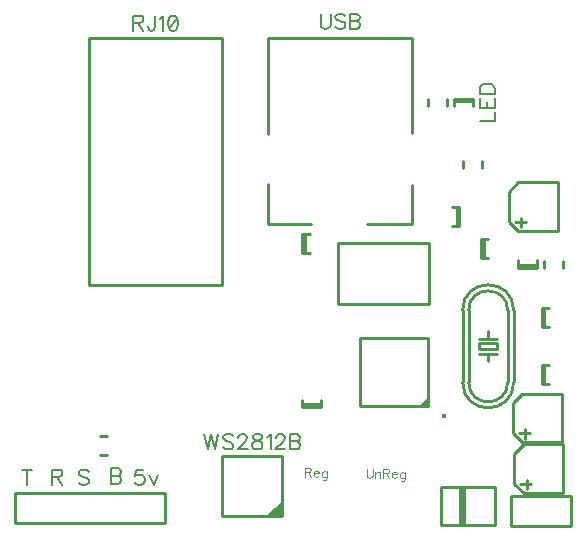
<source format=gbr>
G04 DipTrace 2.4.0.2*
%INTopSilk.gbr*%
%MOIN*%
%ADD10C,0.0098*%
%ADD31O,0.0165X0.0164*%
%ADD93C,0.0077*%
%ADD95C,0.0046*%
%FSLAX44Y44*%
G04*
G70*
G90*
G75*
G01*
%LNTopSilk*%
%LPD*%
X12003Y4253D2*
D10*
X7003D1*
Y5253D1*
X12003D1*
Y4253D1*
X24621Y10770D2*
Y11399D1*
X24547Y10770D2*
Y11399D1*
Y10770D2*
X24782D1*
X24547Y11399D2*
X24782D1*
X24621Y8863D2*
Y9493D1*
X24547Y8863D2*
Y9493D1*
Y8863D2*
X24782D1*
X24547Y9493D2*
X24782D1*
X17183Y8194D2*
X16554D1*
X17183Y8120D2*
X16554D1*
X17183D2*
Y8355D1*
X16554Y8120D2*
Y8355D1*
X25209Y8553D2*
Y6928D1*
X23897D1*
X23584Y7241D1*
X23583Y8241D1*
X23897Y8553D1*
X25209D1*
X23994Y7053D2*
Y7366D1*
X24153Y7241D2*
X23785D1*
X21723Y14765D2*
Y14136D1*
X21798Y14765D2*
Y14136D1*
Y14765D2*
X21562D1*
X21798Y14136D2*
X21562D1*
X22605Y13074D2*
Y13703D1*
X22531Y13074D2*
Y13703D1*
Y13074D2*
X22766D1*
X22531Y13703D2*
X22766D1*
X24391Y12831D2*
X23762D1*
X24391Y12756D2*
X23762D1*
X24391D2*
Y12992D1*
X23762Y12756D2*
Y12992D1*
X16645Y13256D2*
Y13886D1*
X16571Y13256D2*
Y13886D1*
Y13256D2*
X16806D1*
X16571Y13886D2*
X16806D1*
X25076Y15592D2*
Y13967D1*
X23764D1*
X23451Y14280D1*
X23450Y15280D1*
X23764Y15592D1*
X25076D1*
X23862Y14092D2*
Y14404D1*
X24020Y14280D2*
X23652D1*
X25257Y6869D2*
Y5244D1*
X23944D1*
X23631Y5556D1*
Y6556D1*
X23944Y6869D1*
X25257D1*
X24042Y5369D2*
Y5681D1*
X24201Y5556D2*
X23832D1*
X21190Y5437D2*
X23003D1*
Y4187D1*
X21190D1*
Y5437D1*
X21815Y5374D2*
Y4187D1*
X21940Y5437D2*
Y4249D1*
X21878Y5374D2*
Y4249D1*
X22254Y18383D2*
Y18148D1*
X21625Y18383D2*
Y18148D1*
Y18309D2*
X22254D1*
X21625Y18384D2*
X22254D1*
X17746Y13590D2*
X20777D1*
Y11558D1*
X17746D1*
Y13590D1*
X23529Y5153D2*
X25529D1*
Y4153D1*
X23529D1*
Y5153D1*
X25247Y12728D2*
Y12964D1*
X24617Y12728D2*
Y12964D1*
X10070Y7130D2*
X9834D1*
X10070Y6501D2*
X9834D1*
X20753Y18362D2*
Y18127D1*
X21382Y18362D2*
Y18127D1*
X22542Y16071D2*
Y16307D1*
X21913Y16071D2*
Y16307D1*
X13904Y12165D2*
X9451D1*
Y20419D1*
X13904D1*
Y12165D1*
X20770Y8132D2*
X18487D1*
Y10415D1*
X20770D1*
Y8132D1*
D31*
X21286Y7820D3*
G36*
X20770Y8132D2*
Y8447D1*
X20455Y8132D1*
X20770D1*
G37*
X13890Y6470D2*
D10*
X15890D1*
Y4470D1*
X13890D1*
Y6470D1*
X15890Y4908D2*
X15390Y4470D1*
X15515D2*
X15828Y4783D1*
X15640Y4470D2*
X15890Y4720D1*
X15765Y4533D2*
X15828Y4595D1*
Y4533D2*
X15765Y4595D1*
X20233Y20421D2*
X15429D1*
X20233D2*
Y17232D1*
X15429Y17192D2*
Y20421D1*
X20233Y15499D2*
Y14200D1*
X18736D1*
X16846D2*
X15429D1*
Y15539D1*
X21909Y11331D2*
Y8931D1*
X23609Y11331D2*
Y8931D1*
X22109Y11331D2*
Y8931D1*
X23410D2*
Y11331D1*
X23060Y10231D2*
Y10031D1*
X22459D1*
Y10231D1*
X23060D1*
Y9881D2*
X22759D1*
X22459D1*
X23060Y10381D2*
X22759D1*
X22459D1*
X22759Y9881D2*
Y9631D1*
Y10381D2*
Y10632D1*
X23609Y11331D2*
G03X21909Y11331I-850J0D01*
G01*
Y8931D2*
G03X23609Y8931I850J0D01*
G01*
X23410Y11331D2*
G03X22109Y11331I-650J0D01*
G01*
Y8931D2*
G03X23410Y8931I650J0D01*
G01*
X22478Y17645D2*
D93*
X22981D1*
Y17932D1*
X22478Y18397D2*
Y18086D1*
X22981D1*
Y18397D1*
X22718Y18086D2*
Y18277D1*
X22478Y18551D2*
X22981D1*
Y18718D1*
X22956Y18790D1*
X22909Y18838D1*
X22861Y18862D1*
X22789Y18886D1*
X22670D1*
X22598Y18862D1*
X22550Y18838D1*
X22502Y18790D1*
X22478Y18718D1*
Y18551D1*
X10931Y20912D2*
X11146D1*
X11218Y20936D1*
X11242Y20960D1*
X11266Y21007D1*
Y21056D1*
X11242Y21103D1*
X11218Y21127D1*
X11146Y21151D1*
X10931D1*
Y20649D1*
X11099Y20912D2*
X11266Y20649D1*
X11660Y21151D2*
Y20769D1*
X11636Y20697D1*
X11612Y20673D1*
X11564Y20649D1*
X11516D1*
X11469Y20673D1*
X11445Y20697D1*
X11421Y20769D1*
Y20816D1*
X11814Y21055D2*
X11862Y21079D1*
X11934Y21151D1*
Y20649D1*
X12232Y21151D2*
X12160Y21127D1*
X12112Y21055D1*
X12089Y20936D1*
Y20864D1*
X12112Y20744D1*
X12160Y20672D1*
X12232Y20649D1*
X12280D1*
X12352Y20672D1*
X12399Y20744D1*
X12424Y20864D1*
Y20936D1*
X12399Y21055D1*
X12352Y21127D1*
X12280Y21151D1*
X12232D1*
X12399Y21055D2*
X12112Y20744D1*
X13290Y7203D2*
X13410Y6700D1*
X13530Y7203D1*
X13649Y6700D1*
X13769Y7203D1*
X14258Y7131D2*
X14211Y7179D1*
X14139Y7203D1*
X14043D1*
X13972Y7179D1*
X13923Y7131D1*
Y7083D1*
X13948Y7035D1*
X13972Y7011D1*
X14019Y6988D1*
X14163Y6940D1*
X14211Y6916D1*
X14235Y6891D1*
X14258Y6844D1*
Y6772D1*
X14211Y6725D1*
X14139Y6700D1*
X14043D1*
X13972Y6725D1*
X13923Y6772D1*
X14437Y7083D2*
Y7106D1*
X14461Y7155D1*
X14485Y7178D1*
X14533Y7202D1*
X14628D1*
X14676Y7178D1*
X14700Y7155D1*
X14724Y7106D1*
Y7059D1*
X14700Y7011D1*
X14652Y6940D1*
X14413Y6700D1*
X14748D1*
X15022Y7202D2*
X14950Y7178D1*
X14926Y7131D1*
Y7083D1*
X14950Y7035D1*
X14998Y7011D1*
X15093Y6987D1*
X15165Y6963D1*
X15213Y6915D1*
X15237Y6868D1*
Y6796D1*
X15213Y6748D1*
X15189Y6724D1*
X15117Y6700D1*
X15022D1*
X14950Y6724D1*
X14926Y6748D1*
X14902Y6796D1*
Y6868D1*
X14926Y6915D1*
X14974Y6963D1*
X15045Y6987D1*
X15141Y7011D1*
X15189Y7035D1*
X15213Y7083D1*
Y7131D1*
X15189Y7178D1*
X15117Y7202D1*
X15022D1*
X15391Y7106D2*
X15439Y7131D1*
X15511Y7202D1*
Y6700D1*
X15690Y7083D2*
Y7106D1*
X15713Y7155D1*
X15737Y7178D1*
X15785Y7202D1*
X15881D1*
X15928Y7178D1*
X15952Y7155D1*
X15976Y7106D1*
Y7059D1*
X15952Y7011D1*
X15905Y6940D1*
X15665Y6700D1*
X16000D1*
X16155Y7203D2*
Y6700D1*
X16370D1*
X16442Y6725D1*
X16466Y6748D1*
X16490Y6796D1*
Y6868D1*
X16466Y6916D1*
X16442Y6940D1*
X16370Y6963D1*
X16442Y6988D1*
X16466Y7011D1*
X16490Y7059D1*
Y7107D1*
X16466Y7155D1*
X16442Y7179D1*
X16370Y7203D1*
X16155D1*
Y6963D2*
X16370D1*
X17174Y21215D2*
Y20856D1*
X17198Y20784D1*
X17246Y20737D1*
X17318Y20712D1*
X17365D1*
X17437Y20737D1*
X17485Y20784D1*
X17509Y20856D1*
Y21215D1*
X17998Y21143D2*
X17951Y21191D1*
X17879Y21215D1*
X17783D1*
X17712Y21191D1*
X17663Y21143D1*
Y21095D1*
X17688Y21047D1*
X17712Y21023D1*
X17759Y21000D1*
X17903Y20952D1*
X17951Y20928D1*
X17975Y20903D1*
X17998Y20856D1*
Y20784D1*
X17951Y20737D1*
X17879Y20712D1*
X17783D1*
X17712Y20737D1*
X17663Y20784D1*
X18153Y21215D2*
Y20712D1*
X18368D1*
X18440Y20737D1*
X18464Y20760D1*
X18488Y20808D1*
Y20880D1*
X18464Y20928D1*
X18440Y20952D1*
X18368Y20975D1*
X18440Y21000D1*
X18464Y21023D1*
X18488Y21071D1*
Y21119D1*
X18464Y21167D1*
X18440Y21191D1*
X18368Y21215D1*
X18153D1*
Y20975D2*
X18368D1*
X7397Y6021D2*
Y5519D1*
X7229Y6021D2*
X7564D1*
X8230Y5781D2*
X8445D1*
X8516Y5805D1*
X8541Y5829D1*
X8564Y5877D1*
Y5925D1*
X8541Y5972D1*
X8516Y5997D1*
X8445Y6020D1*
X8230D1*
Y5518D1*
X8397Y5781D2*
X8564Y5518D1*
X9440Y5948D2*
X9392Y5997D1*
X9320Y6020D1*
X9225D1*
X9153Y5997D1*
X9105Y5948D1*
Y5901D1*
X9129Y5853D1*
X9153Y5829D1*
X9200Y5805D1*
X9344Y5757D1*
X9392Y5733D1*
X9416Y5709D1*
X9440Y5662D1*
Y5590D1*
X9392Y5542D1*
X9320Y5518D1*
X9225D1*
X9153Y5542D1*
X9105Y5590D1*
X10190Y6060D2*
Y5557D1*
X10406D1*
X10478Y5582D1*
X10502Y5605D1*
X10525Y5653D1*
Y5725D1*
X10502Y5773D1*
X10478Y5797D1*
X10406Y5820D1*
X10478Y5845D1*
X10502Y5868D1*
X10525Y5916D1*
Y5964D1*
X10502Y6012D1*
X10478Y6036D1*
X10406Y6060D1*
X10190D1*
Y5820D2*
X10406D1*
X11267Y6020D2*
X11028D1*
X11004Y5805D1*
X11028Y5829D1*
X11100Y5853D1*
X11171D1*
X11243Y5829D1*
X11291Y5781D1*
X11315Y5709D1*
Y5662D1*
X11291Y5590D1*
X11243Y5542D1*
X11171Y5518D1*
X11100D1*
X11028Y5542D1*
X11004Y5566D1*
X10980Y5614D1*
X11469Y5853D2*
X11613Y5518D1*
X11756Y5853D1*
X16651Y5943D2*
D95*
X16780D1*
X16823Y5958D1*
X16837Y5972D1*
X16852Y6001D1*
Y6029D1*
X16837Y6058D1*
X16823Y6073D1*
X16780Y6087D1*
X16651D1*
Y5785D1*
X16751Y5943D2*
X16852Y5785D1*
X16944Y5900D2*
X17116D1*
Y5929D1*
X17102Y5958D1*
X17088Y5972D1*
X17059Y5986D1*
X17016D1*
X16987Y5972D1*
X16958Y5943D1*
X16944Y5900D1*
Y5872D1*
X16958Y5829D1*
X16987Y5800D1*
X17016Y5785D1*
X17059D1*
X17088Y5800D1*
X17116Y5829D1*
X17381Y5972D2*
Y5742D1*
X17367Y5700D1*
X17353Y5685D1*
X17324Y5671D1*
X17281D1*
X17252Y5685D1*
X17381Y5929D2*
X17353Y5958D1*
X17324Y5972D1*
X17281D1*
X17252Y5958D1*
X17223Y5929D1*
X17209Y5886D1*
Y5857D1*
X17223Y5814D1*
X17252Y5785D1*
X17281Y5771D1*
X17324D1*
X17353Y5785D1*
X17381Y5814D1*
X18710Y6048D2*
Y5833D1*
X18724Y5790D1*
X18753Y5762D1*
X18796Y5747D1*
X18824D1*
X18867Y5762D1*
X18896Y5790D1*
X18911Y5833D1*
Y6048D1*
X19003Y5948D2*
Y5747D1*
Y5891D2*
X19046Y5934D1*
X19075Y5948D1*
X19118D1*
X19147Y5934D1*
X19161Y5891D1*
Y5747D1*
X19254Y5905D2*
X19383D1*
X19426Y5919D1*
X19440Y5934D1*
X19455Y5962D1*
Y5991D1*
X19440Y6020D1*
X19426Y6034D1*
X19383Y6048D1*
X19254D1*
Y5747D1*
X19354Y5905D2*
X19455Y5747D1*
X19547Y5862D2*
X19719D1*
Y5891D1*
X19705Y5919D1*
X19691Y5934D1*
X19662Y5948D1*
X19619D1*
X19590Y5934D1*
X19562Y5905D1*
X19547Y5862D1*
Y5833D1*
X19562Y5790D1*
X19590Y5762D1*
X19619Y5747D1*
X19662D1*
X19691Y5762D1*
X19719Y5790D1*
X19984Y5934D2*
Y5704D1*
X19970Y5661D1*
X19956Y5647D1*
X19927Y5632D1*
X19884D1*
X19855Y5647D1*
X19984Y5891D2*
X19956Y5919D1*
X19927Y5934D1*
X19884D1*
X19855Y5919D1*
X19826Y5891D1*
X19812Y5848D1*
Y5819D1*
X19826Y5776D1*
X19855Y5747D1*
X19884Y5733D1*
X19927D1*
X19956Y5747D1*
X19984Y5776D1*
M02*

</source>
